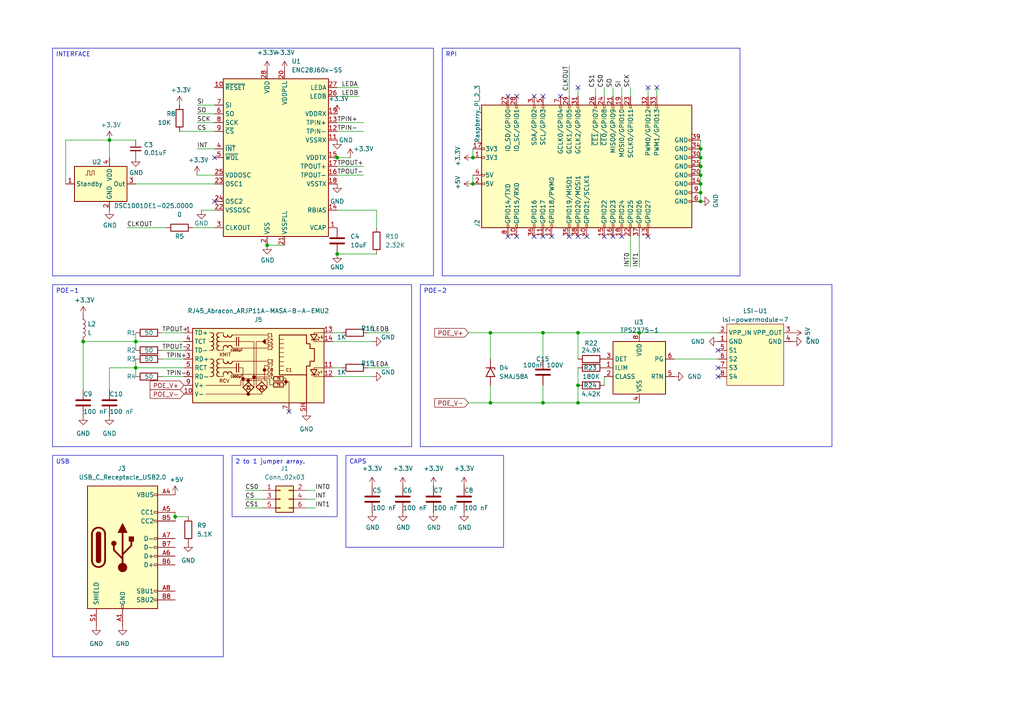
<source format=kicad_sch>
(kicad_sch (version 20231120) (generator "eeschema") (generator_version "8.0")
  (paper "A4")
  (title_block (title "ethernet4pizero-poe-1.0") (company "Lightside Instruments AS"))
  (lib_symbols
    (symbol "Connector:RJ45_Abracon_ARJP11A-MASA-B-A-EMU2"
      (property "Reference" "J" (at 18.415 12.7 0))
      (property "Value" "RJ45_Abracon_ARJP11A-MASA-B-A-EMU2" (at -4.445 12.7 0))
      (symbol "RJ45_Abracon_ARJP11A-MASA-B-A-EMU2_0_0"
        (text "C1" (at 4.699 9.525 0) (effects (font (size 0.889 0.889))))
        (text "C1" (at 10.16 -0.635 0) (effects (font (size 0.889 0.889))))
        (text "C2" (at 4.699 5.715 0) (effects (font (size 0.889 0.889))))
        (text "C3" (at 4.699 1.905 0) (effects (font (size 0.889 0.889))))
        (text "C4" (at 4.699 8.255 0) (effects (font (size 0.889 0.889))))
        (text "C5" (at 4.699 6.985 0) (effects (font (size 0.889 0.889))))
        (text "C6" (at 4.699 -1.905 0) (effects (font (size 0.889 0.889))))
        (text "C7" (at 4.699 0.635 0) (effects (font (size 0.889 0.889))))
        (text "C8" (at 4.699 -0.635 0) (effects (font (size 0.889 0.889))))
        (text "RCV" (at -10.16 -3.81 0) (effects (font (size 1.016 1.016)) (justify left)))
        (text "XMIT" (at -10.16 3.81 0) (effects (font (size 1.016 1.016)) (justify left)))
      )
      (symbol "RJ45_Abracon_ARJP11A-MASA-B-A-EMU2_1_0"
        (text "1000pF" (at -5.08 -2.54 0) (effects (font (size 0.635 0.635))))
        (text "1000pF" (at -5.08 5.08 0) (effects (font (size 0.635 0.635))))
      )
      (symbol "RJ45_Abracon_ARJP11A-MASA-B-A-EMU2_1_1"
        (text "75" (at 7.112 -4.953 0) (effects (font (size 0.635 0.635))))
        (text "75" (at 7.112 -3.175 0) (effects (font (size 0.635 0.635))))
        (text "G" (at 19.685 8.89 0) (effects (font (size 0.635 0.635))))
        (text "Y" (at 19.558 -1.27 0) (effects (font (size 0.635 0.635))))
        (pin passive line (at -20.32 10.16 0) (length 2.54) (name "TD+") (number "1"))
        (pin power_out line (at -20.32 -7.62 0) (length 2.54) (name "V-") (number "10"))
        (pin passive line (at 22.86 0 180) (length 2.54) (name "") (number "11"))
        (pin passive line (at 22.86 -2.54 180) (length 2.54) (name "") (number "12"))
        (pin passive line (at 22.86 10.16 180) (length 2.54) (name "") (number "13"))
        (pin passive line (at 22.86 7.62 180) (length 2.54) (name "") (number "14"))
        (pin passive line (at -20.32 5.08 0) (length 2.54) (name "TD-") (number "2"))
        (pin passive line (at -20.32 2.54 0) (length 2.54) (name "RD+") (number "3"))
        (pin passive line (at -20.32 7.62 0) (length 2.54) (name "TCT") (number "4"))
        (pin passive line (at -20.32 0 0) (length 2.54) (name "RCT") (number "5"))
        (pin passive line (at -20.32 -2.54 0) (length 2.54) (name "RD-") (number "6"))
        (pin power_in line (at 10.16 -12.7 90) (length 2.54) (name "") (number "7"))
        (pin no_connect line (at 20.32 5.08 0) (length 0) hide (name "NC") (number "8"))
        (pin power_out line (at -20.32 -5.08 0) (length 2.54) (name "V+") (number "9"))
        (pin passive line (at 15.24 -12.7 90) (length 2.54) (name "") (number "SH"))
      )
    )
    (symbol "Connector:Raspberry_Pi_2_3" (pin_names (offset 1.016))
      (property "Reference" "J" (at -17.78 31.75 0))
      (property "Value" "Raspberry_Pi_2_3" (at 10.16 -31.75 0))
      (symbol "Raspberry_Pi_2_3_1_1"
        (pin power_in line (at 2.54 33.02 270) (length 2.54) (name "3V3") (number "1"))
        (pin bidirectional line (at -20.32 20.32 0) (length 2.54) (name "GPIO15/RXD") (number "10"))
        (pin bidirectional line (at -20.32 12.7 0) (length 2.54) (name "GPIO17") (number "11"))
        (pin bidirectional line (at -20.32 10.16 0) (length 2.54) (name "GPIO18/PWM0") (number "12"))
        (pin bidirectional line (at -20.32 -17.78 0) (length 2.54) (name "GPIO27") (number "13"))
        (pin power_in line (at -5.08 -33.02 90) (length 2.54) (name "GND") (number "14"))
        (pin bidirectional line (at -20.32 -5.08 0) (length 2.54) (name "GPIO22") (number "15"))
        (pin bidirectional line (at -20.32 -7.62 0) (length 2.54) (name "GPIO23") (number "16"))
        (pin power_in line (at 5.08 33.02 270) (length 2.54) (name "3V3") (number "17"))
        (pin bidirectional line (at -20.32 -10.16 0) (length 2.54) (name "GPIO24") (number "18"))
        (pin bidirectional line (at 20.32 -10.16 180) (length 2.54) (name "MOSI0/GPIO10") (number "19"))
        (pin power_in line (at -5.08 33.02 270) (length 2.54) (name "5V") (number "2"))
        (pin power_in line (at -2.54 -33.02 90) (length 2.54) (name "GND") (number "20"))
        (pin bidirectional line (at 20.32 -7.62 180) (length 2.54) (name "MISO0/GPIO9") (number "21"))
        (pin bidirectional line (at -20.32 -12.7 0) (length 2.54) (name "GPIO25") (number "22"))
        (pin bidirectional line (at 20.32 -12.7 180) (length 2.54) (name "SCLK0/GPIO11") (number "23"))
        (pin bidirectional line (at 20.32 -5.08 180) (length 2.54) (name "~{CE0}/GPIO8") (number "24"))
        (pin power_in line (at 0 -33.02 90) (length 2.54) (name "GND") (number "25"))
        (pin bidirectional line (at 20.32 -2.54 180) (length 2.54) (name "~{CE1}/GPIO7") (number "26"))
        (pin bidirectional line (at 20.32 22.86 180) (length 2.54) (name "ID_SD/GPIO0") (number "27"))
        (pin bidirectional line (at 20.32 20.32 180) (length 2.54) (name "ID_SC/GPIO1") (number "28"))
        (pin bidirectional line (at 20.32 5.08 180) (length 2.54) (name "GCLK1/GPIO5") (number "29"))
        (pin bidirectional line (at 20.32 15.24 180) (length 2.54) (name "SDA/GPIO2") (number "3"))
        (pin power_in line (at 2.54 -33.02 90) (length 2.54) (name "GND") (number "30"))
        (pin bidirectional line (at 20.32 2.54 180) (length 2.54) (name "GCLK2/GPIO6") (number "31"))
        (pin bidirectional line (at 20.32 -17.78 180) (length 2.54) (name "PWM0/GPIO12") (number "32"))
        (pin bidirectional line (at 20.32 -20.32 180) (length 2.54) (name "PWM1/GPIO13") (number "33"))
        (pin power_in line (at 5.08 -33.02 90) (length 2.54) (name "GND") (number "34"))
        (pin bidirectional line (at -20.32 5.08 0) (length 2.54) (name "GPIO19/MISO1") (number "35"))
        (pin bidirectional line (at -20.32 15.24 0) (length 2.54) (name "GPIO16") (number "36"))
        (pin bidirectional line (at -20.32 -15.24 0) (length 2.54) (name "GPIO26") (number "37"))
        (pin bidirectional line (at -20.32 2.54 0) (length 2.54) (name "GPIO20/MOSI1") (number "38"))
        (pin power_in line (at 7.62 -33.02 90) (length 2.54) (name "GND") (number "39"))
        (pin power_in line (at -2.54 33.02 270) (length 2.54) (name "5V") (number "4"))
        (pin bidirectional line (at -20.32 0 0) (length 2.54) (name "GPIO21/SCLK1") (number "40"))
        (pin bidirectional line (at 20.32 12.7 180) (length 2.54) (name "SCL/GPIO3") (number "5"))
        (pin power_in line (at -10.16 -33.02 90) (length 2.54) (name "GND") (number "6"))
        (pin bidirectional line (at 20.32 7.62 180) (length 2.54) (name "GCLK0/GPIO4") (number "7"))
        (pin bidirectional line (at -20.32 22.86 0) (length 2.54) (name "GPIO14/TXD") (number "8"))
        (pin power_in line (at -7.62 -33.02 90) (length 2.54) (name "GND") (number "9"))
      )
    )
    (symbol "Connector:USB_C_Receptacle_USB2.0" (pin_names (offset 1.016))
      (property "Reference" "J" (at -10.16 19.05 0))
      (property "Value" "USB_C_Receptacle_USB2.0" (at 19.05 19.05 0))
      (symbol "USB_C_Receptacle_USB2.0_1_1"
        (pin passive line (at 0 -22.86 90) (length 5.08) (name "GND") (number "A1"))
        (pin passive line (at 0 -22.86 90) (length 5.08) hide (name "GND") (number "A12"))
        (pin passive line (at 15.24 15.24 180) (length 5.08) (name "VBUS") (number "A4"))
        (pin bidirectional line (at 15.24 10.16 180) (length 5.08) (name "CC1") (number "A5"))
        (pin bidirectional line (at 15.24 -2.54 180) (length 5.08) (name "D+") (number "A6"))
        (pin bidirectional line (at 15.24 2.54 180) (length 5.08) (name "D-") (number "A7"))
        (pin bidirectional line (at 15.24 -12.7 180) (length 5.08) (name "SBU1") (number "A8"))
        (pin passive line (at 15.24 15.24 180) (length 5.08) hide (name "VBUS") (number "A9"))
        (pin passive line (at 0 -22.86 90) (length 5.08) hide (name "GND") (number "B1"))
        (pin passive line (at 0 -22.86 90) (length 5.08) hide (name "GND") (number "B12"))
        (pin passive line (at 15.24 15.24 180) (length 5.08) hide (name "VBUS") (number "B4"))
        (pin bidirectional line (at 15.24 7.62 180) (length 5.08) (name "CC2") (number "B5"))
        (pin bidirectional line (at 15.24 -5.08 180) (length 5.08) (name "D+") (number "B6"))
        (pin bidirectional line (at 15.24 0 180) (length 5.08) (name "D-") (number "B7"))
        (pin bidirectional line (at 15.24 -15.24 180) (length 5.08) (name "SBU2") (number "B8"))
        (pin passive line (at 15.24 15.24 180) (length 5.08) hide (name "VBUS") (number "B9"))
        (pin passive line (at -7.62 -22.86 90) (length 5.08) (name "SHIELD") (number "S1"))
      )
    )
    (symbol "Connector_Generic:Conn_02x03_Odd_Even" (pin_names (offset 1.016) hide)
      (property "Reference" "J" (at 1.27 5.08 0))
      (property "Value" "Conn_02x03_Odd_Even" (at 1.27 -5.08 0))
      (symbol "Conn_02x03_Odd_Even_1_1"
        (pin passive line (at -5.08 2.54 0) (length 3.81) (name "Pin_1") (number "1"))
        (pin passive line (at 7.62 2.54 180) (length 3.81) (name "Pin_2") (number "2"))
        (pin passive line (at -5.08 0 0) (length 3.81) (name "Pin_3") (number "3"))
        (pin passive line (at 7.62 0 180) (length 3.81) (name "Pin_4") (number "4"))
        (pin passive line (at -5.08 -2.54 0) (length 3.81) (name "Pin_5") (number "5"))
        (pin passive line (at 7.62 -2.54 180) (length 3.81) (name "Pin_6") (number "6"))
      )
    )
    (symbol "Device:C" (pin_numbers hide) (pin_names (offset 0.254))
      (property "Reference" "C" (at 0.635 2.54 0))
      (property "Value" "C" (at 0.635 -2.54 0))
      (symbol "C_1_1"
        (pin passive line (at 0 3.81 270) (length 2.794) (name "~") (number "1"))
        (pin passive line (at 0 -3.81 90) (length 2.794) (name "~") (number "2"))
      )
    )
    (symbol "Device:C_Small" (pin_numbers hide) (pin_names (offset 0.254) hide)
      (property "Reference" "C" (at 0.254 1.778 0))
      (property "Value" "C_Small" (at 0.254 -2.032 0))
      (symbol "C_Small_1_1"
        (pin passive line (at 0 2.54 270) (length 2.032) (name "~") (number "1"))
        (pin passive line (at 0 -2.54 90) (length 2.032) (name "~") (number "2"))
      )
    )
    (symbol "Device:L" (pin_numbers hide) (pin_names (offset 1.016) hide)
      (property "Reference" "L" (at -1.27 0 90))
      (property "Value" "L" (at 1.905 0 90))
      (symbol "L_1_1"
        (pin passive line (at 0 3.81 270) (length 1.27) (name "1") (number "1"))
        (pin passive line (at 0 -3.81 90) (length 1.27) (name "2") (number "2"))
      )
    )
    (symbol "Device:R" (pin_numbers hide) (pin_names (offset 0))
      (property "Reference" "R" (at 2.032 0 90))
      (property "Value" "R" (at 0 0 90))
      (symbol "R_1_1"
        (pin passive line (at 0 3.81 270) (length 1.27) (name "~") (number "1"))
        (pin passive line (at 0 -3.81 90) (length 1.27) (name "~") (number "2"))
      )
    )
    (symbol "Diode:SMAJ58A" (pin_numbers hide) (pin_names (offset 1.016) hide)
      (property "Reference" "D" (at 0 2.54 0))
      (property "Value" "SMAJ58A" (at 0 -2.54 0))
      (symbol "SMAJ58A_1_1"
        (pin passive line (at -3.81 0 0) (length 2.54) (name "A1") (number "1"))
        (pin passive line (at 3.81 0 180) (length 2.54) (name "A2") (number "2"))
      )
    )
    (symbol "GND_1" (power) (pin_numbers hide) (pin_names (offset 0) hide)
      (property "Value" "GND" (at 0 -3.81 0))
      (symbol "GND_1_1_1"
        (pin power_in line (at 0 0 270) (length 0) (name "~") (number "1"))
      )
    )
    (symbol "Interface_Ethernet:ENC28J60x-SS"
      (property "Reference" "U" (at -13.97 24.13 0))
      (property "Value" "ENC28J60x-SS" (at 5.08 24.13 0))
      (symbol "ENC28J60x-SS_1_1"
        (pin input line (at 17.78 -20.32 180) (length 2.54) (name "VCAP") (number "1"))
        (pin input line (at -17.78 20.32 0) (length 2.54) (name "~{RESET}") (number "10"))
        (pin power_in line (at 17.78 5.08 180) (length 2.54) (name "VSSRX") (number "11"))
        (pin input line (at 17.78 7.62 180) (length 2.54) (name "TPIN-") (number "12"))
        (pin input line (at 17.78 10.16 180) (length 2.54) (name "TPIN+") (number "13"))
        (pin input line (at 17.78 -15.24 180) (length 2.54) (name "RBIAS") (number "14"))
        (pin power_in line (at 17.78 0 180) (length 2.54) (name "VDDTX") (number "15"))
        (pin output line (at 17.78 -5.08 180) (length 2.54) (name "TPOUT-") (number "16"))
        (pin output line (at 17.78 -2.54 180) (length 2.54) (name "TPOUT+") (number "17"))
        (pin power_in line (at 17.78 -7.62 180) (length 2.54) (name "VSSTX") (number "18"))
        (pin power_in line (at 17.78 12.7 180) (length 2.54) (name "VDDRX") (number "19"))
        (pin power_in line (at -2.54 -25.4 90) (length 2.54) (name "VSS") (number "2"))
        (pin power_in line (at 2.54 25.4 270) (length 2.54) (name "VDDPLL") (number "20"))
        (pin power_in line (at 2.54 -25.4 90) (length 2.54) (name "VSSPLL") (number "21"))
        (pin power_in line (at -17.78 -15.24 0) (length 2.54) (name "VSSOSC") (number "22"))
        (pin input line (at -17.78 -7.62 0) (length 2.54) (name "OSC1") (number "23"))
        (pin input line (at -17.78 -12.7 0) (length 2.54) (name "OSC2") (number "24"))
        (pin power_in line (at -17.78 -5.08 0) (length 2.54) (name "VDDOSC") (number "25"))
        (pin output line (at 17.78 17.78 180) (length 2.54) (name "LEDB") (number "26"))
        (pin output line (at 17.78 20.32 180) (length 2.54) (name "LEDA") (number "27"))
        (pin power_in line (at -2.54 25.4 270) (length 2.54) (name "VDD") (number "28"))
        (pin output line (at -17.78 -20.32 0) (length 2.54) (name "CLKOUT") (number "3"))
        (pin output line (at -17.78 2.54 0) (length 2.54) (name "~{INT}") (number "4"))
        (pin output line (at -17.78 0 0) (length 2.54) (name "~{WOL}") (number "5"))
        (pin output line (at -17.78 12.7 0) (length 2.54) (name "SO") (number "6"))
        (pin input line (at -17.78 15.24 0) (length 2.54) (name "SI") (number "7"))
        (pin input line (at -17.78 10.16 0) (length 2.54) (name "SCK") (number "8"))
        (pin input line (at -17.78 7.62 0) (length 2.54) (name "~{CS}") (number "9"))
      )
    )
    (symbol "Oscillator:ASDMB-xxxMHz"
      (property "Reference" "U" (at -6.35 6.35 0))
      (property "Value" "ASDMB-xxxMHz" (at 11.43 6.35 0))
      (symbol "ASDMB-xxxMHz_1_1"
        (pin input line (at -10.16 0 0) (length 2.54) (name "Standby") (number "1"))
        (pin power_in line (at 2.54 -7.62 90) (length 2.54) (name "GND") (number "2"))
        (pin output line (at 10.16 0 180) (length 2.54) (name "Out") (number "3"))
        (pin power_in line (at 2.54 7.62 270) (length 2.54) (name "VDD") (number "4"))
      )
    )
    (symbol "Regulator_Controller:TPS2375-1"
      (property "Reference" "U" (at 2.54 -8.89 0))
      (property "Value" "TPS2375-1" (at 7.62 -11.43 0))
      (symbol "TPS2375-1_1_1"
        (pin passive line (at -10.16 0 0) (length 2.54) (name "ILIM") (number "1"))
        (pin passive line (at -10.16 -2.54 0) (length 2.54) (name "CLASS") (number "2"))
        (pin passive line (at -10.16 2.54 0) (length 2.54) (name "DET") (number "3"))
        (pin power_in line (at 0 -10.16 90) (length 2.54) (name "VSS") (number "4"))
        (pin power_out line (at 10.16 -2.54 180) (length 2.54) (name "RTN") (number "5"))
        (pin open_collector line (at 10.16 2.54 180) (length 2.54) (name "PG") (number "6"))
        (pin no_connect line (at 7.62 0 180) (length 2.54) hide (name "NC") (number "7"))
        (pin power_in line (at 0 10.16 270) (length 2.54) (name "VDD") (number "8"))
      )
    )
    (symbol "lsi:lsi-powermodule-7"
      (property "Reference" "LSI-U" (at 0 2.032 0))
      (property "Value" "lsi-powermodule-7" (at 0 0 0))
      (symbol "lsi-powermodule-7_1_1"
        (pin input line (at -10.16 -6.35 0) (length 2.54) (name "GND") (number "1"))
        (pin input line (at -10.16 -3.81 0) (length 2.54) (name "VPP_IN") (number "2"))
        (pin output line (at 11.43 -3.81 180) (length 2.54) (name "VPP_OUT") (number "3"))
        (pin output line (at 11.43 -6.35 180) (length 2.54) (name "GND") (number "4"))
        (pin input line (at -10.16 -8.89 0) (length 2.54) (name "S1") (number "5"))
        (pin input line (at -10.16 -11.43 0) (length 2.54) (name "S2") (number "6"))
        (pin input line (at -10.16 -13.97 0) (length 2.54) (name "S3") (number "7"))
        (pin input line (at -10.16 -16.51 0) (length 2.54) (name "S4") (number "8"))
      )
    )
    (symbol "power:+3.3V" (power) (pin_names (offset 0))
      (property "Value" "+3.3V" (at 0 3.556 0))
      (symbol "+3.3V_1_1"
        (pin power_in line (at 0 0 90) (length 0) hide (name "+3.3V") (number "1"))
      )
    )
    (symbol "power:+5V" (power) (pin_names (offset 0))
      (property "Value" "+5V" (at 0 3.556 0))
      (symbol "+5V_1_1"
        (pin power_in line (at 0 0 90) (length 0) hide (name "+5V") (number "1"))
      )
    )
    (symbol "power:GND" (power) (pin_names (offset 0))
      (property "Value" "GND" (at 0 -3.81 0))
      (symbol "GND_1_1"
        (pin power_in line (at 0 0 270) (length 0) hide (name "GND") (number "1"))
      )
    )
  )
  (junction (at 39.37 99.06))
  (junction (at 203.2 55.88))
  (junction (at 24.13 99.06))
  (junction (at 137.16 53.34))
  (junction (at 203.2 58.42))
  (junction (at 185.42 96.52))
  (junction (at 97.79 45.72))
  (junction (at 167.64 96.52))
  (junction (at 203.2 50.8))
  (junction (at 203.2 45.72))
  (junction (at 203.2 48.26))
  (junction (at 167.64 116.84))
  (junction (at 97.79 73.66))
  (junction (at 167.64 111.76))
  (junction (at 142.24 116.84))
  (junction (at 203.2 53.34))
  (junction (at 77.47 71.12))
  (junction (at 50.8 149.86))
  (junction (at 137.16 45.72))
  (junction (at 157.48 96.52))
  (junction (at 39.37 106.68))
  (junction (at 31.75 40.64))
  (junction (at 203.2 43.18))
  (junction (at 157.48 116.84))
  (junction (at 142.24 96.52))
  (no_connect (at 157.48 68.58))
  (no_connect (at 175.26 68.58))
  (no_connect (at 83.82 119.38))
  (no_connect (at 149.86 68.58))
  (no_connect (at 165.1 68.58))
  (no_connect (at 147.32 68.58))
  (no_connect (at 167.64 25.4))
  (no_connect (at 208.28 101.6))
  (no_connect (at 160.02 68.58))
  (no_connect (at 208.28 109.22))
  (no_connect (at 187.96 25.4))
  (no_connect (at 187.96 68.58))
  (no_connect (at 177.8 68.58))
  (no_connect (at 162.56 27.94))
  (no_connect (at 147.32 27.94))
  (no_connect (at 190.5 25.4))
  (no_connect (at 167.64 68.58))
  (no_connect (at 149.86 27.94))
  (no_connect (at 170.18 68.58))
  (no_connect (at 208.28 106.68))
  (no_connect (at 62.23 45.72))
  (no_connect (at 180.34 68.58))
  (no_connect (at 157.48 27.94))
  (no_connect (at 62.23 58.42))
  (no_connect (at 154.94 68.58))
  (no_connect (at 154.94 27.94))
  (wire (pts (xy 106.68 96.52) (xy 113.03 96.52)))
  (wire (pts (xy 137.16 43.18) (xy 137.16 45.72)))
  (wire (pts (xy 31.75 40.64) (xy 39.37 40.64)))
  (wire (pts (xy 71.12 144.78) (xy 76.2 144.78)))
  (wire (pts (xy 96.52 106.68) (xy 99.06 106.68)))
  (wire (pts (xy 50.8 149.86) (xy 50.8 151.13)))
  (wire (pts (xy 39.37 53.34) (xy 62.23 53.34)))
  (wire (pts (xy 107.95 99.06) (xy 96.52 99.06)))
  (wire (pts (xy 203.2 50.8) (xy 203.2 53.34)))
  (wire (pts (xy 39.37 99.06) (xy 53.34 99.06)))
  (wire (pts (xy 71.12 147.32) (xy 76.2 147.32)))
  (wire (pts (xy 203.2 53.34) (xy 203.2 55.88)))
  (wire (pts (xy 142.24 96.52) (xy 157.48 96.52)))
  (wire (pts (xy 36.83 66.04) (xy 48.26 66.04)))
  (wire (pts (xy 39.37 96.52) (xy 39.37 99.06)))
  (wire (pts (xy 97.79 35.56) (xy 105.41 35.56)))
  (wire (pts (xy 58.42 60.96) (xy 62.23 60.96)))
  (wire (pts (xy 50.8 148.59) (xy 50.8 149.86)))
  (wire (pts (xy 157.48 116.84) (xy 167.64 116.84)))
  (wire (pts (xy 97.79 60.96) (xy 109.22 60.96)))
  (wire (pts (xy 185.42 77.47) (xy 185.42 68.58)))
  (wire (pts (xy 106.68 106.68) (xy 113.03 106.68)))
  (wire (pts (xy 39.37 106.68) (xy 53.34 106.68)))
  (wire (pts (xy 57.15 33.02) (xy 62.23 33.02)))
  (wire (pts (xy 185.42 96.52) (xy 208.28 96.52)))
  (wire (pts (xy 88.9 147.32) (xy 91.44 147.32)))
  (wire (pts (xy 157.48 96.52) (xy 167.64 96.52)))
  (wire (pts (xy 57.15 43.18) (xy 62.23 43.18)))
  (wire (pts (xy 88.9 142.24) (xy 91.44 142.24)))
  (wire (pts (xy 46.99 101.6) (xy 53.34 101.6)))
  (wire (pts (xy 57.15 30.48) (xy 62.23 30.48)))
  (wire (pts (xy 203.2 48.26) (xy 203.2 50.8)))
  (wire (pts (xy 46.99 104.14) (xy 53.34 104.14)))
  (wire (pts (xy 31.75 40.64) (xy 19.05 40.64)))
  (wire (pts (xy 96.52 96.52) (xy 99.06 96.52)))
  (wire (pts (xy 203.2 45.72) (xy 203.2 48.26)))
  (wire (pts (xy 109.22 60.96) (xy 109.22 66.04)))
  (wire (pts (xy 97.79 73.66) (xy 109.22 73.66)))
  (wire (pts (xy 31.75 45.72) (xy 31.75 40.64)))
  (wire (pts (xy 165.1 19.05) (xy 165.1 27.94)))
  (wire (pts (xy 97.79 50.8) (xy 105.41 50.8)))
  (wire (pts (xy 182.88 25.4) (xy 182.88 27.94)))
  (wire (pts (xy 142.24 116.84) (xy 157.48 116.84)))
  (wire (pts (xy 182.88 77.47) (xy 182.88 68.58)))
  (wire (pts (xy 157.48 116.84) (xy 157.48 111.76)))
  (wire (pts (xy 167.64 25.4) (xy 167.64 27.94)))
  (wire (pts (xy 172.72 27.94) (xy 172.72 25.4)))
  (wire (pts (xy 203.2 55.88) (xy 203.2 58.42)))
  (wire (pts (xy 97.79 25.4) (xy 104.14 25.4)))
  (wire (pts (xy 97.79 48.26) (xy 105.41 48.26)))
  (wire (pts (xy 167.64 106.68) (xy 167.64 111.76)))
  (wire (pts (xy 97.79 45.72) (xy 101.6 45.72)))
  (wire (pts (xy 167.64 96.52) (xy 185.42 96.52)))
  (wire (pts (xy 31.75 106.68) (xy 31.75 113.03)))
  (wire (pts (xy 142.24 96.52) (xy 142.24 104.14)))
  (wire (pts (xy 50.8 149.86) (xy 54.61 149.86)))
  (wire (pts (xy 167.64 116.84) (xy 167.64 111.76)))
  (wire (pts (xy 203.2 40.64) (xy 203.2 43.18)))
  (wire (pts (xy 190.5 25.4) (xy 190.5 27.94)))
  (wire (pts (xy 97.79 27.94) (xy 104.14 27.94)))
  (wire (pts (xy 97.79 38.1) (xy 105.41 38.1)))
  (wire (pts (xy 55.88 66.04) (xy 62.23 66.04)))
  (wire (pts (xy 180.34 25.4) (xy 180.34 27.94)))
  (wire (pts (xy 187.96 25.4) (xy 187.96 27.94)))
  (wire (pts (xy 175.26 27.94) (xy 175.26 25.4)))
  (wire (pts (xy 52.07 38.1) (xy 62.23 38.1)))
  (wire (pts (xy 137.16 50.8) (xy 137.16 53.34)))
  (wire (pts (xy 46.99 96.52) (xy 53.34 96.52)))
  (wire (pts (xy 39.37 106.68) (xy 39.37 109.22)))
  (wire (pts (xy 39.37 104.14) (xy 39.37 106.68)))
  (wire (pts (xy 77.47 71.12) (xy 82.55 71.12)))
  (wire (pts (xy 39.37 99.06) (xy 39.37 101.6)))
  (wire (pts (xy 142.24 96.52) (xy 135.89 96.52)))
  (wire (pts (xy 107.95 109.22) (xy 96.52 109.22)))
  (wire (pts (xy 203.2 43.18) (xy 203.2 45.72)))
  (wire (pts (xy 175.26 109.22) (xy 175.26 111.76)))
  (wire (pts (xy 195.58 104.14) (xy 208.28 104.14)))
  (wire (pts (xy 135.89 116.84) (xy 142.24 116.84)))
  (wire (pts (xy 177.8 25.4) (xy 177.8 27.94)))
  (wire (pts (xy 71.12 142.24) (xy 76.2 142.24)))
  (wire (pts (xy 167.64 116.84) (xy 185.42 116.84)))
  (wire (pts (xy 57.15 50.8) (xy 62.23 50.8)))
  (wire (pts (xy 24.13 99.06) (xy 39.37 99.06)))
  (wire (pts (xy 96.52 45.72) (xy 97.79 45.72)))
  (wire (pts (xy 57.15 35.56) (xy 62.23 35.56)))
  (wire (pts (xy 31.75 106.68) (xy 39.37 106.68)))
  (wire (pts (xy 19.05 40.64) (xy 19.05 53.34)))
  (wire (pts (xy 24.13 99.06) (xy 24.13 113.03)))
  (wire (pts (xy 157.48 96.52) (xy 157.48 104.14)))
  (wire (pts (xy 88.9 144.78) (xy 91.44 144.78)))
  (wire (pts (xy 167.64 96.52) (xy 167.64 104.14)))
  (wire (pts (xy 46.99 109.22) (xy 53.34 109.22)))
  (wire (pts (xy 142.24 111.76) (xy 142.24 116.84)))
  (text_box "INTERFACE" (at 15.24 13.97 0) (size 110.49 66.04) (effects (font (size 1.27 1.27)) (justify left top)))
  (text_box "RPI" (at 128.27 13.97 0) (size 86.36 66.04) (effects (font (size 1.27 1.27)) (justify left top)))
  (text_box "POE-2" (at 121.92 82.55 0) (size 119.38 46.99) (effects (font (size 1.27 1.27)) (justify left top)))
  (text_box "CAPS" (at 100.33 132.08 0) (size 45.72 26.67) (effects (font (size 1.27 1.27)) (justify left top)))
  (text_box "POE-1" (at 15.24 82.55 0) (size 104.14 46.99) (effects (font (size 1.27 1.27)) (justify left top)))
  (text_box "USB" (at 15.24 132.08 0) (size 49.53 58.42) (effects (font (size 1.27 1.27)) (justify left top)))
  (text_box "2 to 1 jumper array." (at 67.31 132.08 0) (size 30.48 17.78) (effects (font (size 1.27 1.27)) (justify left top)))
  (label "TPOUT-" (at 46.99 101.6 0))
  (label "LEDA" (at 99.06 25.4 0))
  (label "TPOUT+" (at 97.79 48.26 0))
  (label "CS0" (at 175.26 25.4 90))
  (label "SI" (at 57.15 30.48 0))
  (label "INT1" (at 185.42 77.47 90))
  (label "LEDB" (at 99.06 27.94 0))
  (label "LEDB" (at 107.95 96.52 0))
  (label "TPIN+" (at 48.26 104.14 0))
  (label "SO" (at 177.8 25.4 90))
  (label "TPIN-" (at 97.79 38.1 0))
  (label "CS0" (at 71.12 142.24 0))
  (label "INT0" (at 91.44 142.24 0))
  (label "SCK" (at 57.15 35.56 0))
  (label "TPOUT-" (at 97.79 50.8 0))
  (label "CLKOUT" (at 36.83 66.04 0))
  (label "SCK" (at 182.88 25.4 90))
  (label "INT" (at 91.44 144.78 0))
  (label "TPIN-" (at 48.26 109.22 0))
  (label "INT0" (at 182.88 77.47 90))
  (label "CS" (at 57.15 38.1 0))
  (label "CS" (at 71.12 144.78 0))
  (label "INT1" (at 91.44 147.32 0))
  (label "SI" (at 180.34 25.4 90))
  (label "LEDA" (at 107.95 106.68 0))
  (label "SO" (at 57.15 33.02 0))
  (label "TPOUT+" (at 46.99 96.52 0))
  (label "TPIN+" (at 97.79 35.56 0))
  (label "INT" (at 57.15 43.18 0))
  (label "CS1" (at 71.12 147.32 0))
  (label "CLKOUT" (at 165.1 19.05 270))
  (label "CS1" (at 172.72 25.4 90))
  (global_label "POE_V-" (shape input) (at 135.89 116.84 180) (property "Intersheetrefs" "${INTERSHEET_REFS}" (effects (hide yes))))
  (global_label "POE_V+" (shape input) (at 135.89 96.52 180) (property "Intersheetrefs" "${INTERSHEET_REFS}" (effects (hide yes))))
  (global_label "POE_V+" (shape input) (at 53.34 111.76 180) (property "Intersheetrefs" "${INTERSHEET_REFS}" (effects (hide yes))))
  (global_label "POE_V-" (shape input) (at 53.34 114.3 180) (property "Intersheetrefs" "${INTERSHEET_REFS}" (effects (hide yes))))
  (symbol (lib_id "power:+3.3V") (at 137.16 45.72 90) (unit 1)
    (property "Reference" "#PWR0133" (effects (hide yes)))
    (property "Value" "+3.3V" (at 132.7658 45.339 0))
  )
  (symbol (lib_id "Connector:Raspberry_Pi_2_3") (at 170.18 48.26 90) (unit 1)
    (property "Reference" "J2" (at 138.43 64.77 0))
    (property "Value" "Raspberry_Pi_2_3" (at 138.43 33.02 0))
    (property "Footprint" "ice4pi:PinSocket_2x20_P2.54mm_Vertical_1_04mm" (effects (hide yes)))
    (property "Datasheet" "https://www.raspberrypi.org/documentation/hardware/raspberrypi/schematics/rpi_SCH_3bplus_1p0_reduced.pdf" (effects (hide yes)))
    (property "PN" "SSW-120-01-T-D-006" (effects (hide yes)))
  )
  (symbol (lib_id "power:+5V") (at 137.16 53.34 90) (unit 1)
    (property "Reference" "#PWR0137" (effects (hide yes)))
    (property "Value" "+5V" (at 132.7658 52.959 0))
  )
  (symbol (lib_id "power:GND") (at 203.2 58.42 90) (unit 1)
    (property "Reference" "#PWR0142" (effects (hide yes)))
    (property "Value" "GND" (at 207.5942 58.293 0))
  )
  (symbol (lib_id "Device:C") (at 116.84 144.78 0) (unit 1)
    (property "Reference" "C6" (at 116.84 142.24 0) (effects (justify left)))
    (property "Value" "100 nF" (at 116.84 147.32 0) (effects (justify left)))
    (property "Footprint" "Capacitor_SMD:C_0402_1005Metric" (effects (hide yes)))
  )
  (symbol (lib_id "Device:C") (at 125.73 144.78 0) (unit 1)
    (property "Reference" "C7" (at 125.73 142.24 0) (effects (justify left)))
    (property "Value" "100 nF" (at 125.73 147.32 0) (effects (justify left)))
    (property "Footprint" "Capacitor_SMD:C_0402_1005Metric" (effects (hide yes)))
  )
  (symbol (lib_id "power:GND") (at 125.73 148.59 0) (unit 1)
    (property "Reference" "#PWR0156" (effects (hide yes)))
    (property "Value" "GND" (at 125.857 152.9842 0))
  )
  (symbol (lib_id "power:GND") (at 116.84 148.59 0) (unit 1)
    (property "Reference" "#PWR0157" (effects (hide yes)))
    (property "Value" "GND" (at 116.967 152.9842 0))
  )
  (symbol (lib_id "Device:C") (at 107.95 144.78 0) (unit 1)
    (property "Reference" "C5" (at 107.95 142.24 0) (effects (justify left)))
    (property "Value" "100 nF" (at 107.95 147.32 0) (effects (justify left)))
    (property "Footprint" "Capacitor_SMD:C_0402_1005Metric" (effects (hide yes)))
  )
  (symbol (lib_id "power:GND") (at 107.95 148.59 0) (unit 1)
    (property "Reference" "#PWR0161" (effects (hide yes)))
    (property "Value" "GND" (at 108.077 152.9842 0))
  )
  (symbol (lib_id "Device:C") (at 157.48 107.95 0) (unit 1)
    (property "Reference" "C15" (at 155.448 104.14 0) (effects (justify left)))
    (property "Value" "100nF 100V" (at 151.638 105.918 0) (effects (justify left)))
    (property "Footprint" "Capacitor_SMD:C_0402_1005Metric" (effects (hide yes)))
    (property "Description" "Unpolarized capacitor" (effects (hide yes)))
  )
  (symbol (lib_id "power:+3.3V") (at 24.13 91.44 0) (unit 1)
    (property "Reference" "#PWR02" (effects (hide yes)))
    (property "Value" "+3.3V" (at 24.511 87.0458 0))
  )
  (symbol (lib_id "power:GND") (at 229.87 99.06 90) (unit 1)
    (property "Reference" "#PWR08" (effects (hide yes)))
    (property "Value" "GND" (at 233.68 99.0599 90) (effects (justify right)))
  )
  (symbol (lib_id "Device:R") (at 54.61 153.67 0) (unit 1)
    (property "Reference" "R9" (at 57.15 152.3999 0) (effects (justify left)))
    (property "Value" "5.1K" (at 57.15 154.9399 0) (effects (justify left)))
    (property "Footprint" "Resistor_SMD:R_0402_1005Metric" (effects (hide yes)))
  )
  (symbol (lib_id "Device:C") (at 24.13 116.84 0) (unit 1)
    (property "Reference" "C9" (at 24.13 114.3 0) (effects (justify left)))
    (property "Value" "100 nF" (at 24.13 119.38 0) (effects (justify left)))
    (property "Footprint" "Capacitor_SMD:C_0402_1005Metric" (effects (hide yes)))
  )
  (symbol (lib_id "Device:R") (at 52.07 34.29 0) (unit 1)
    (property "Reference" "R8" (at 48.26 33.02 0) (effects (justify left)))
    (property "Value" "10K" (at 45.72 35.56 0) (effects (justify left)))
    (property "Footprint" "Capacitor_SMD:C_0402_1005Metric" (effects (hide yes)))
  )
  (symbol (lib_id "power:+3.3V") (at 82.55 20.32 0) (unit 1)
    (property "Reference" "#PWR0132" (effects (hide yes)))
    (property "Value" "+3.3V" (at 82.55 15.24 0))
  )
  (symbol (lib_id "power:GND") (at 35.56 181.61 0) (unit 1)
    (property "Reference" "#PWR0102" (effects (hide yes)))
    (property "Value" "GND" (at 35.56 186.69 0))
  )
  (symbol (lib_id "power:GND") (at 24.13 120.65 0) (unit 1)
    (property "Reference" "#PWR03" (effects (hide yes)))
    (property "Value" "GND" (at 24.13 125.73 0))
  )
  (symbol (lib_id "power:+3.3V") (at 107.95 140.97 0) (unit 1)
    (property "Reference" "#PWR0103" (effects (hide yes)))
    (property "Value" "+3.3V" (at 107.95 135.89 0))
  )
  (symbol (lib_id "Connector_Generic:Conn_02x03_Odd_Even") (at 81.28 144.78 0) (unit 1)
    (property "Reference" "J1" (at 82.55 135.89 0))
    (property "Value" "Conn_02x03" (at 82.55 138.43 0))
    (property "Footprint" "Connector_PinHeader_2.54mm:PinHeader_2x03_P2.54mm_Vertical" (effects (hide yes)))
  )
  (symbol (lib_id "power:+5V") (at 229.87 96.52 270) (unit 1)
    (property "Reference" "#PWR07" (effects (hide yes)))
    (property "Value" "+5V" (at 234.2642 96.901 0))
  )
  (symbol (lib_id "Interface_Ethernet:ENC28J60x-SS") (at 80.01 45.72 0) (unit 1)
    (property "Reference" "U1" (at 84.5694 17.78 0) (effects (justify left)))
    (property "Value" "ENC28J60x-SS" (at 84.5694 20.32 0) (effects (justify left)))
    (property "Footprint" "Package_SO:SSOP-28_5.3x10.2mm_P0.65mm" (effects (hide yes)))
    (property "Datasheet" "http://ww1.microchip.com/downloads/en/devicedoc/39662e.pdf" (effects (hide yes)))
    (property "PN" "ENC28J60x-SS" (effects (hide yes)))
  )
  (symbol (lib_id "Device:C_Small") (at 39.37 43.18 0) (unit 1)
    (property "Reference" "C3" (at 41.7068 42.0116 0) (effects (justify left)))
    (property "Value" "0.01uF" (at 41.7068 44.323 0) (effects (justify left)))
    (property "Footprint" "Capacitor_SMD:C_0402_1005Metric" (effects (hide yes)))
    (property "PN" "885012205012" (effects (hide yes)))
  )
  (symbol (lib_id "Device:C") (at 31.75 116.84 0) (unit 1)
    (property "Reference" "C10" (at 31.75 114.3 0) (effects (justify left)))
    (property "Value" "100 nF" (at 31.75 119.38 0) (effects (justify left)))
    (property "Footprint" "Capacitor_SMD:C_0402_1005Metric" (effects (hide yes)))
  )
  (symbol (lib_id "power:GND") (at 31.75 120.65 0) (unit 1)
    (property "Reference" "#PWR04" (effects (hide yes)))
    (property "Value" "GND" (at 31.75 125.73 0))
  )
  (symbol (lib_id "power:GND") (at 208.28 99.06 270) (unit 1)
    (property "Reference" "#PWR020" (effects (hide yes)))
    (property "Value" "GND" (at 204.47 99.0599 90) (effects (justify right)))
  )
  (symbol (lib_id "power:+3.3V") (at 31.75 40.64 0) (unit 1)
    (property "Reference" "#PWR0126" (effects (hide yes)))
    (property "Value" "+3.3V" (at 32.131 36.2458 0))
  )
  (symbol (lib_id "power:GND") (at 134.62 148.59 0) (unit 1)
    (property "Reference" "#PWR0130" (effects (hide yes)))
    (property "Value" "GND" (at 134.747 152.9842 0))
  )
  (symbol (lib_id "power:GND") (at 97.79 53.34 0) (unit 1)
    (property "Reference" "#PWR0109" (effects (hide yes)))
    (property "Value" "GND" (at 97.79 58.42 0))
  )
  (symbol (lib_id "power:+3.3V") (at 52.07 30.48 0) (unit 1)
    (property "Reference" "#PWR0124" (effects (hide yes)))
    (property "Value" "+3.3V" (at 52.451 26.0858 0))
  )
  (symbol (lib_id "power:+5V") (at 50.8 143.51 0) (unit 1)
    (property "Reference" "#PWR0105" (effects (hide yes)))
    (property "Value" "+5V" (at 51.181 139.1158 0))
  )
  (symbol (lib_id "Device:L") (at 24.13 95.25 0) (unit 1)
    (property "Reference" "L2" (at 25.4 93.9799 0) (effects (justify left)))
    (property "Value" "L" (at 25.4 96.5199 0) (effects (justify left)))
    (property "Footprint" "Inductor_SMD:L_1210_3225Metric" (effects (hide yes)))
    (property "PN" "MI1210K600R-10" (effects (hide yes)))
  )
  (symbol (lib_id "Device:R") (at 171.45 104.14 270) (unit 1)
    (property "Reference" "R22" (at 171.45 99.568 90))
    (property "Value" "24.9K" (at 171.45 101.6 90))
    (property "Footprint" "Resistor_SMD:R_0402_1005Metric" (effects (hide yes)))
  )
  (symbol (lib_id "Diode:SMAJ58A") (at 142.24 107.95 270) (unit 1)
    (property "Reference" "D4" (at 144.78 106.6799 90) (effects (justify left)))
    (property "Value" "SMAJ58A" (at 144.78 109.2199 90) (effects (justify left)))
    (property "Footprint" "Diode_SMD:D_SMA" (effects (hide yes)))
    (property "Datasheet" "https://www.littelfuse.com/media?resourcetype=datasheets&itemid=75e32973-b177-4ee3-a0ff-cedaf1abdb93&filename=smaj-datasheet" (effects (hide yes)))
    (property "Description" "400W unidirectional Transient Voltage Suppressor, 58.0Vr, SMA(DO-214AC)" (effects (hide yes)))
  )
  (symbol (lib_id "power:GND") (at 77.47 71.12 0) (unit 1)
    (property "Reference" "#PWR0107" (effects (hide yes)))
    (property "Value" "GND" (at 77.597 75.5142 0))
  )
  (symbol (lib_id "Device:C") (at 134.62 144.78 0) (unit 1)
    (property "Reference" "C8" (at 134.62 142.24 0) (effects (justify left)))
    (property "Value" "100 nF" (at 134.62 147.32 0) (effects (justify left)))
    (property "Footprint" "Capacitor_SMD:C_0402_1005Metric" (effects (hide yes)))
  )
  (symbol (lib_id "power:+3.3V") (at 97.79 33.02 0) (unit 1)
    (property "Reference" "#PWR0108" (effects (hide yes)))
    (property "Value" "+3.3V" (at 98.171 28.6258 0))
  )
  (symbol (lib_id "power:GND") (at 39.37 45.72 0) (unit 1)
    (property "Reference" "#PWR0123" (effects (hide yes)))
    (property "Value" "GND" (at 39.497 50.1142 0))
  )
  (symbol (lib_id "power:GND") (at 88.9 119.38 0) (unit 1)
    (property "Reference" "#PWR01" (effects (hide yes)))
    (property "Value" "GND" (at 88.9 124.46 0))
  )
  (symbol (lib_id "Device:R") (at 43.18 109.22 90) (unit 1)
    (property "Reference" "R4" (at 38.1 109.22 90))
    (property "Value" "50" (at 43.18 109.22 90))
    (property "Footprint" "Resistor_SMD:R_0402_1005Metric" (effects (hide yes)))
  )
  (symbol (lib_id "Device:R") (at 109.22 69.85 0) (unit 1)
    (property "Reference" "R10" (at 111.76 68.5799 0) (effects (justify left)))
    (property "Value" "2.32K" (at 111.76 71.1199 0) (effects (justify left)))
    (property "Footprint" "Resistor_SMD:R_0402_1005Metric" (effects (hide yes)))
  )
  (symbol (lib_id "Connector:USB_C_Receptacle_USB2.0") (at 35.56 158.75 0) (unit 1)
    (property "Reference" "J3" (at 35.306 135.89 0))
    (property "Value" "USB_C_Receptacle_USB2.0" (at 35.56 138.43 0))
    (property "Footprint" "Connector_USB:USB_C_Receptacle_GCT_USB4105-xx-A_16P_TopMnt_Horizontal" (effects (hide yes)))
    (property "Datasheet" "https://www.usb.org/sites/default/files/documents/usb_type-c.zip" (effects (hide yes)))
    (property "PN" "USB4105-15-A-120" (effects (hide yes)))
  )
  (symbol (lib_id "Oscillator:ASDMB-xxxMHz") (at 29.21 53.34 0) (unit 1)
    (property "Reference" "U2" (at 26.67 46.99 0) (effects (justify left)))
    (property "Value" "DSC1001DE1-025.0000" (at 33.02 59.69 0) (effects (justify left)))
    (property "Footprint" "Oscillator:Oscillator_SMD_Abracon_ASDMB-4Pin_2.5x2.0mm" (effects (hide yes)))
    (property "Datasheet" "https://abracon.com/Oscillators/ASDMB.pdf" (effects (hide yes)))
    (property "PN" "DSC1001DE1-025.0000" (effects (hide yes)))
  )
  (symbol (lib_id "power:+3.3V") (at 77.47 20.32 0) (unit 1)
    (property "Reference" "#PWR0101" (effects (hide yes)))
    (property "Value" "+3.3V" (at 77.47 15.24 0))
  )
  (symbol (lib_id "power:+3.3V") (at 116.84 140.97 0) (unit 1)
    (property "Reference" "#PWR0113" (effects (hide yes)))
    (property "Value" "+3.3V" (at 116.84 135.89 0))
  )
  (symbol (lib_id "Device:R") (at 171.45 111.76 270) (unit 1)
    (property "Reference" "R24" (at 171.196 111.76 90))
    (property "Value" "4.42K" (at 171.45 114.3 90))
    (property "Footprint" "Resistor_SMD:R_0402_1005Metric" (effects (hide yes)))
  )
  (symbol (lib_id "Connector:RJ45_Abracon_ARJP11A-MASA-B-A-EMU2") (at 73.66 106.68 0) (unit 1)
    (property "Reference" "J5" (at 74.93 92.71 0))
    (property "Value" "RJ45_Abracon_ARJP11A-MASA-B-A-EMU2" (at 74.93 90.17 0))
    (property "Footprint" "Connector_RJ:RJ45_Abracon_ARJP11A-MA_Horizontal" (effects (hide yes)))
    (property "Datasheet" "https://abracon.com/Magnetics/lan/ARJP11A.PDF" (effects (hide yes)))
    (property "Description" "RJ45 PoE 10/100 Base-TX Jack with Magnetic Module" (effects (hide yes)))
  )
  (symbol (lib_id "power:GND") (at 27.94 181.61 0) (unit 1)
    (property "Reference" "#PWR0104" (effects (hide yes)))
    (property "Value" "GND" (at 27.94 186.69 0))
  )
  (symbol (lib_id "lsi:lsi-powermodule-7") (at 218.44 92.71 0) (unit 1)
    (property "Reference" "LSI-U1" (at 219.075 90.17 0))
    (property "Value" "lsi-powermodule-7" (at 219.075 92.71 0))
    (property "Footprint" "lsi:lsi-powermodule-7" (effects (hide yes)))
  )
  (symbol (lib_id "Device:R") (at 43.18 104.14 90) (unit 1)
    (property "Reference" "R3" (at 38.1 104.14 90))
    (property "Value" "50" (at 43.18 104.14 90))
    (property "Footprint" "Resistor_SMD:R_0402_1005Metric" (effects (hide yes)))
  )
  (symbol (lib_id "power:+3.3V") (at 57.15 50.8 0) (unit 1)
    (property "Reference" "#PWR0122" (effects (hide yes)))
    (property "Value" "+3.3V" (at 57.531 46.4058 0))
  )
  (symbol (lib_id "Device:R") (at 171.45 106.68 270) (unit 1)
    (property "Reference" "R23" (at 171.196 106.68 90))
    (property "Value" "180K" (at 171.45 109.22 90))
    (property "Footprint" "Resistor_SMD:R_0402_1005Metric" (effects (hide yes)))
  )
  (symbol (lib_id "Device:C") (at 97.79 69.85 0) (unit 1)
    (property "Reference" "C4" (at 101.6 68.5799 0) (effects (justify left)))
    (property "Value" "10uF" (at 101.6 71.1199 0) (effects (justify left)))
    (property "Footprint" "Capacitor_SMD:C_0402_1005Metric" (effects (hide yes)))
  )
  (symbol (lib_id "power:GND") (at 97.79 73.66 0) (unit 1)
    (property "Reference" "#PWR0117" (effects (hide yes)))
    (property "Value" "GND" (at 97.79 77.47 0))
  )
  (symbol (lib_id "power:GND") (at 107.95 99.06 90) (unit 1)
    (property "Reference" "#PWR06" (effects (hide yes)))
    (property "Value" "GND" (at 110.49 97.79 90) (effects (justify right)))
  )
  (symbol (lib_id "power:GND") (at 58.42 60.96 0) (unit 1)
    (property "Reference" "#PWR0118" (effects (hide yes)))
    (property "Value" "GND" (at 58.42 64.77 0))
  )
  (symbol (lib_id "Device:R") (at 102.87 106.68 270) (unit 1)
    (property "Reference" "R15" (at 106.68 105.41 90))
    (property "Value" "1K" (at 99.06 107.95 90))
    (property "Footprint" "Resistor_SMD:R_0402_1005Metric" (effects (hide yes)))
  )
  (symbol (lib_id "power:GND") (at 97.79 40.64 0) (unit 1)
    (property "Reference" "#PWR0110" (effects (hide yes)))
    (property "Value" "GND" (at 100.33 40.64 0))
  )
  (symbol (lib_id "power:GND") (at 107.95 109.22 90) (unit 1)
    (property "Reference" "#PWR05" (effects (hide yes)))
    (property "Value" "GND" (at 110.49 107.95 90) (effects (justify right)))
  )
  (symbol (lib_id "power:+3.3V") (at 125.73 140.97 0) (unit 1)
    (property "Reference" "#PWR0131" (effects (hide yes)))
    (property "Value" "+3.3V" (at 125.73 135.89 0))
  )
  (symbol (lib_id "power:+3.3V") (at 101.6 45.72 0) (unit 1)
    (property "Reference" "#PWR0111" (effects (hide yes)))
    (property "Value" "+3.3V" (at 105.41 43.18 0))
  )
  (symbol (lib_id "Regulator_Controller:TPS2375-1") (at 185.42 106.68 0) (unit 1)
    (property "Reference" "U3" (at 183.896 93.472 0) (effects (justify left)))
    (property "Value" "TPS2375-1" (at 179.832 95.758 0) (effects (justify left)))
    (property "Footprint" "Package_SO:TSSOP-8_4.4x3mm_P0.65mm" (effects (hide yes)))
    (property "Datasheet" "https://www.ti.com/lit/gpn/tps2375-1" (effects (hide yes)))
    (property "Description" "IEEE802.3af PoE Controller, Auto-Retry" (effects (hide yes)))
  )
  (symbol (lib_id "Device:R") (at 52.07 66.04 90) (unit 1)
    (property "Reference" "R5" (at 52.07 68.58 90))
    (property "Value" "0" (at 52.07 62.23 90))
    (property "Footprint" "Resistor_SMD:R_0402_1005Metric" (effects (hide yes)))
  )
  (symbol (lib_id "Device:R") (at 43.18 101.6 90) (unit 1)
    (property "Reference" "R2" (at 38.1 101.6 90))
    (property "Value" "50" (at 43.18 101.6 90))
    (property "Footprint" "Resistor_SMD:R_0402_1005Metric" (effects (hide yes)))
  )
  (symbol (lib_id "power:GND") (at 31.75 60.96 0) (unit 1)
    (property "Reference" "#PWR0125" (effects (hide yes)))
    (property "Value" "GND" (at 31.877 65.3542 0))
  )
  (symbol (lib_id "Device:R") (at 102.87 96.52 270) (unit 1)
    (property "Reference" "R16" (at 106.68 95.25 90))
    (property "Value" "1K" (at 99.06 97.79 90))
    (property "Footprint" "Resistor_SMD:R_0402_1005Metric" (effects (hide yes)))
  )
  (symbol (lib_id "power:GND") (at 54.61 157.48 0) (unit 1)
    (property "Reference" "#PWR0112" (effects (hide yes)))
    (property "Value" "GND" (at 54.61 162.56 0))
  )
  (symbol (lib_id "Device:R") (at 43.18 96.52 90) (unit 1)
    (property "Reference" "R1" (at 38.1 96.52 90))
    (property "Value" "50" (at 43.18 96.52 90))
    (property "Footprint" "Resistor_SMD:R_0402_1005Metric" (effects (hide yes)))
  )
  (symbol (lib_name "GND_1") (lib_id "power:GND") (at 195.58 109.22 90) (unit 1)
    (property "Reference" "#PWR019" (effects (hide yes)))
    (property "Value" "GND" (at 199.39 109.2199 90) (effects (justify right)))
    (property "Description" "Power symbol creates a global label with name \"GND\" , ground" (effects (hide yes)))
  )
  (symbol (lib_id "power:+3.3V") (at 134.62 140.97 0) (unit 1)
    (property "Reference" "#PWR0129" (effects (hide yes)))
    (property "Value" "+3.3V" (at 134.62 135.89 0))
  )
)
</source>
